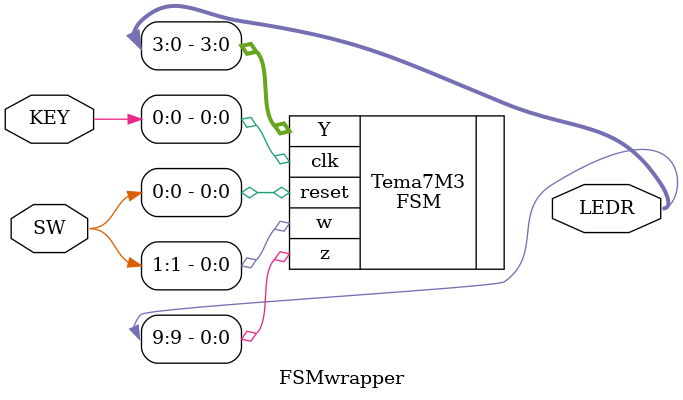
<source format=v>
/*
Eugenio Alejandro Ruiz Mejia
Iteso
Intel bootcamp presilicio
Finite State Machine Implementation
12-11-2021
*/
module FSMwrapper(
input [1:0] KEY,
input [9:0] SW,
output [9:0] LEDR
);

FSM Tema7M3(.reset(SW[0]), .clk(KEY[0]), .w(SW[1]), .z(LEDR[9]), .Y(LEDR[3:0]));

endmodule

</source>
